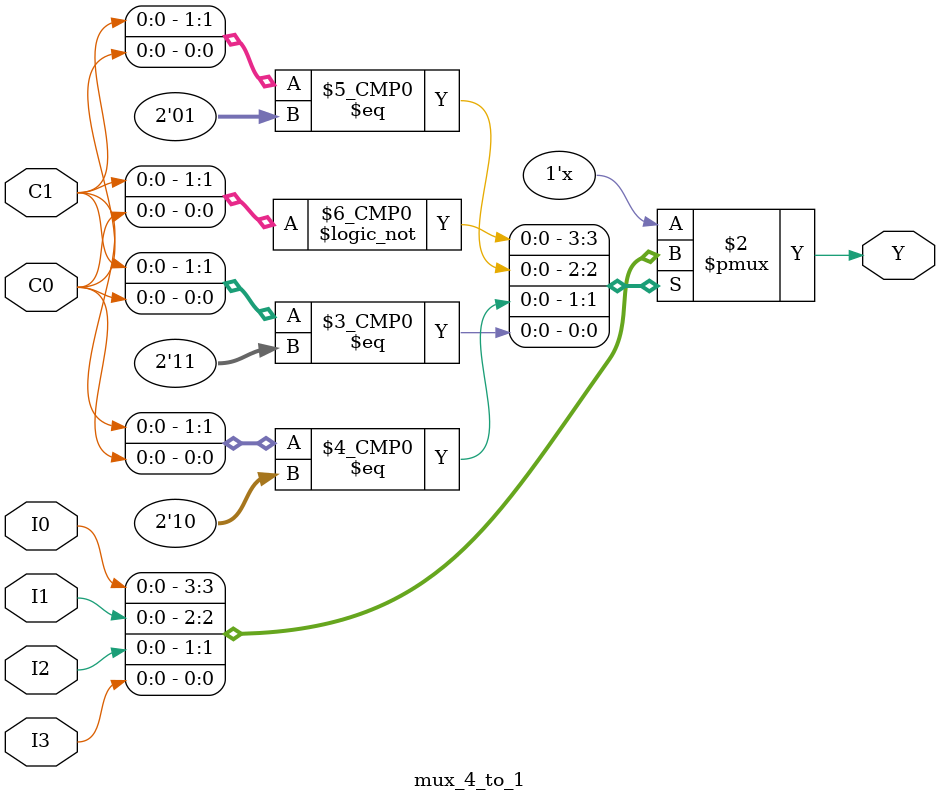
<source format=v>
module mux_4_to_1(I0, I1, I2, I3, C0, C1, Y);
output reg Y;
input I0, I1, I2, I3, C0, C1;
always@(I0 or I1 or I2 or I3 or C0 or C1)
begin
case({C1,C0})
2'b00: Y = I0;
2'b01: Y = I1;
2'b10: Y = I2;
2'b11: Y = I3;
endcase
end

endmodule
</source>
